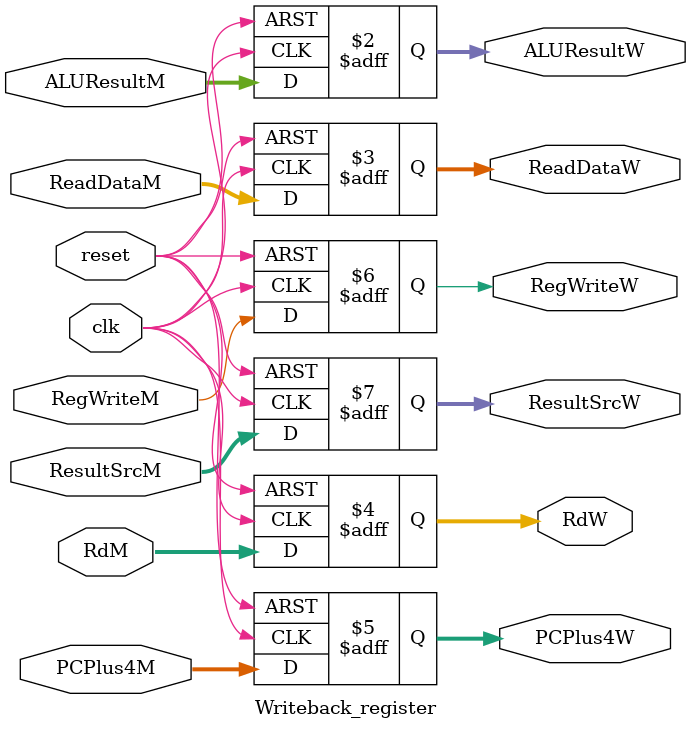
<source format=sv>
module Writeback_register (input logic clk, reset,
                input logic [31:0] ALUResultM, ReadDataM,  
                input logic [4:0] RdM, 
                input logic [31:0] PCPlus4M,
                output logic [31:0] ALUResultW, ReadDataW,
                output logic [4:0] RdW, 
                output logic [31:0] PCPlus4W,
                input logic RegWriteM, 
                input logic [1:0] ResultSrcM, 
                output logic RegWriteW, 
                output logic [1:0] ResultSrcW);

always_ff @( posedge clk, posedge reset ) begin 
    if (reset) begin
        ALUResultW <= 0;
        ReadDataW <= 0;
        RegWriteW <= 0;
        ResultSrcW <= 0; 
        RdW <= 0; 
        PCPlus4W <= 0;
    end

    else begin
        ALUResultW <= ALUResultM;
        ReadDataW <= ReadDataM;
        RegWriteW <= RegWriteM;
        ResultSrcW <= ResultSrcM;
        RdW <= RdM; 
        PCPlus4W <= PCPlus4M;        
    end
    
end

endmodule
</source>
